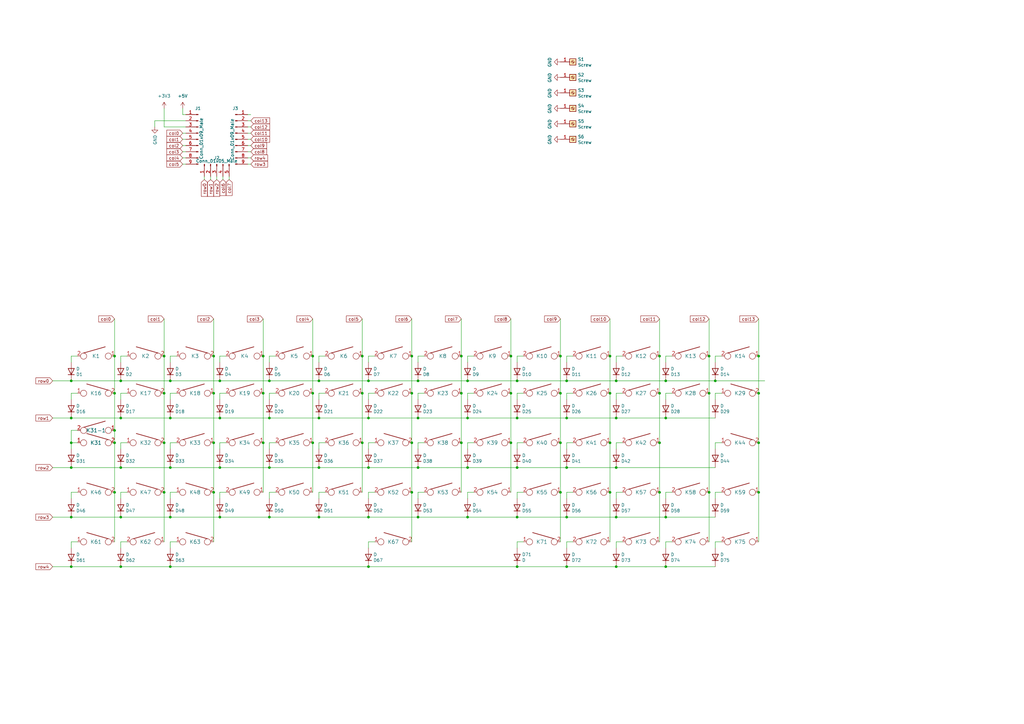
<source format=kicad_sch>
(kicad_sch (version 20211123) (generator eeschema)
  (paper "A3")
  (junction (at 189.23 181.61))
  (junction (at 189.23 161.29))
  (junction (at 191.77 191.77))
  (junction (at 232.41 232.41))
  (junction (at 87.63 146.05))
  (junction (at 110.49 212.09))
  (junction (at 273.05 212.09))
  (junction (at 130.81 191.77))
  (junction (at 191.77 171.45))
  (junction (at 171.45 191.77))
  (junction (at 270.51 201.93))
  (junction (at 69.85 171.45))
  (junction (at 252.73 156.21))
  (junction (at 168.91 181.61))
  (junction (at 290.83 201.93))
  (junction (at 46.99 201.93))
  (junction (at 191.77 156.21))
  (junction (at 49.53 156.21))
  (junction (at 250.19 161.29))
  (junction (at 107.95 146.05))
  (junction (at 311.15 201.93))
  (junction (at 311.15 146.05))
  (junction (at 209.55 181.61))
  (junction (at 168.91 161.29))
  (junction (at 128.27 146.05))
  (junction (at 151.13 232.41))
  (junction (at 168.91 146.05))
  (junction (at 87.63 161.29))
  (junction (at 90.17 191.77))
  (junction (at 130.81 171.45))
  (junction (at 110.49 191.77))
  (junction (at 87.63 181.61))
  (junction (at 67.31 201.93))
  (junction (at 168.91 201.93))
  (junction (at 46.99 161.29))
  (junction (at 69.85 191.77))
  (junction (at 128.27 161.29))
  (junction (at 29.21 232.41))
  (junction (at 46.99 146.05))
  (junction (at 90.17 212.09))
  (junction (at 69.85 232.41))
  (junction (at 252.73 232.41))
  (junction (at 290.83 146.05))
  (junction (at 209.55 161.29))
  (junction (at 311.15 181.61))
  (junction (at 67.31 146.05))
  (junction (at 270.51 161.29))
  (junction (at 232.41 191.77))
  (junction (at 87.63 201.93))
  (junction (at 29.21 156.21))
  (junction (at 128.27 181.61))
  (junction (at 250.19 181.61))
  (junction (at 90.17 171.45))
  (junction (at 67.31 181.61))
  (junction (at 212.09 156.21))
  (junction (at 171.45 156.21))
  (junction (at 110.49 171.45))
  (junction (at 232.41 212.09))
  (junction (at 232.41 156.21))
  (junction (at 229.87 161.29))
  (junction (at 229.87 181.61))
  (junction (at 49.53 232.41))
  (junction (at 293.37 156.21))
  (junction (at 229.87 201.93))
  (junction (at 69.85 212.09))
  (junction (at 252.73 191.77))
  (junction (at 148.59 181.61))
  (junction (at 270.51 146.05))
  (junction (at 250.19 201.93))
  (junction (at 69.85 156.21))
  (junction (at 212.09 232.41))
  (junction (at 189.23 146.05))
  (junction (at 191.77 212.09))
  (junction (at 29.21 212.09))
  (junction (at 273.05 232.41))
  (junction (at 130.81 212.09))
  (junction (at 110.49 156.21))
  (junction (at 212.09 212.09))
  (junction (at 229.87 146.05))
  (junction (at 252.73 212.09))
  (junction (at 273.05 171.45))
  (junction (at 49.53 171.45))
  (junction (at 290.83 161.29))
  (junction (at 212.09 171.45))
  (junction (at 171.45 171.45))
  (junction (at 46.99 181.61))
  (junction (at 273.05 156.21))
  (junction (at 148.59 161.29))
  (junction (at 151.13 212.09))
  (junction (at 49.53 212.09))
  (junction (at 67.31 161.29))
  (junction (at 90.17 156.21))
  (junction (at 171.45 212.09))
  (junction (at 151.13 156.21))
  (junction (at 107.95 161.29))
  (junction (at 212.09 191.77))
  (junction (at 29.21 171.45))
  (junction (at 130.81 156.21))
  (junction (at 270.51 181.61))
  (junction (at 151.13 191.77))
  (junction (at 311.15 161.29))
  (junction (at 148.59 146.05))
  (junction (at 29.21 191.77))
  (junction (at 252.73 171.45))
  (junction (at 232.41 171.45))
  (junction (at 151.13 171.45))
  (junction (at 49.53 191.77))
  (junction (at 209.55 146.05))
  (junction (at 29.21 181.61))
  (junction (at 46.99 176.53))
  (junction (at 107.95 181.61))
  (junction (at 250.19 146.05))
  (wire (pts (xy 49.53 163.83) (xy 49.53 161.29)))
  (wire (pts (xy 93.98 73.66) (xy 93.98 72.39)))
  (wire (pts (xy 151.13 212.09) (xy 171.45 212.09)))
  (wire (pts (xy 250.19 181.61) (xy 250.19 201.93)))
  (wire (pts (xy 29.21 146.05) (xy 31.75 146.05)))
  (wire (pts (xy 67.31 44.45) (xy 67.31 52.07)))
  (wire (pts (xy 69.85 191.77) (xy 49.53 191.77)))
  (wire (pts (xy 191.77 161.29) (xy 194.31 161.29)))
  (wire (pts (xy 102.87 57.15) (xy 101.6 57.15)))
  (wire (pts (xy 69.85 181.61) (xy 72.39 181.61)))
  (wire (pts (xy 189.23 161.29) (xy 189.23 181.61)))
  (wire (pts (xy 74.93 62.23) (xy 76.2 62.23)))
  (wire (pts (xy 191.77 181.61) (xy 194.31 181.61)))
  (wire (pts (xy 293.37 184.15) (xy 293.37 181.61)))
  (wire (pts (xy 110.49 148.59) (xy 110.49 146.05)))
  (wire (pts (xy 270.51 201.93) (xy 270.51 222.25)))
  (wire (pts (xy 232.41 163.83) (xy 232.41 161.29)))
  (wire (pts (xy 212.09 171.45) (xy 232.41 171.45)))
  (wire (pts (xy 90.17 204.47) (xy 90.17 201.93)))
  (wire (pts (xy 69.85 156.21) (xy 90.17 156.21)))
  (wire (pts (xy 148.59 161.29) (xy 148.59 181.61)))
  (wire (pts (xy 151.13 156.21) (xy 171.45 156.21)))
  (wire (pts (xy 252.73 201.93) (xy 255.27 201.93)))
  (wire (pts (xy 293.37 204.47) (xy 293.37 201.93)))
  (wire (pts (xy 69.85 163.83) (xy 69.85 161.29)))
  (wire (pts (xy 69.85 232.41) (xy 49.53 232.41)))
  (wire (pts (xy 293.37 146.05) (xy 295.91 146.05)))
  (wire (pts (xy 252.73 204.47) (xy 252.73 201.93)))
  (wire (pts (xy 74.93 57.15) (xy 76.2 57.15)))
  (wire (pts (xy 232.41 222.25) (xy 234.95 222.25)))
  (wire (pts (xy 102.87 67.31) (xy 101.6 67.31)))
  (wire (pts (xy 311.15 130.81) (xy 311.15 146.05)))
  (wire (pts (xy 46.99 201.93) (xy 46.99 222.25)))
  (wire (pts (xy 102.87 46.99) (xy 101.6 46.99)))
  (wire (pts (xy 87.63 181.61) (xy 87.63 201.93)))
  (wire (pts (xy 130.81 163.83) (xy 130.81 161.29)))
  (wire (pts (xy 90.17 171.45) (xy 110.49 171.45)))
  (wire (pts (xy 189.23 181.61) (xy 189.23 201.93)))
  (wire (pts (xy 252.73 224.79) (xy 252.73 222.25)))
  (wire (pts (xy 46.99 146.05) (xy 46.99 161.29)))
  (wire (pts (xy 130.81 201.93) (xy 133.35 201.93)))
  (wire (pts (xy 293.37 161.29) (xy 295.91 161.29)))
  (wire (pts (xy 191.77 212.09) (xy 212.09 212.09)))
  (wire (pts (xy 171.45 201.93) (xy 173.99 201.93)))
  (wire (pts (xy 49.53 212.09) (xy 69.85 212.09)))
  (wire (pts (xy 87.63 161.29) (xy 87.63 181.61)))
  (wire (pts (xy 171.45 171.45) (xy 191.77 171.45)))
  (wire (pts (xy 29.21 171.45) (xy 49.53 171.45)))
  (wire (pts (xy 110.49 163.83) (xy 110.49 161.29)))
  (wire (pts (xy 90.17 146.05) (xy 92.71 146.05)))
  (wire (pts (xy 270.51 146.05) (xy 270.51 161.29)))
  (wire (pts (xy 83.82 73.66) (xy 83.82 72.39)))
  (wire (pts (xy 252.73 161.29) (xy 255.27 161.29)))
  (wire (pts (xy 191.77 191.77) (xy 171.45 191.77)))
  (wire (pts (xy 168.91 146.05) (xy 168.91 130.81)))
  (wire (pts (xy 49.53 222.25) (xy 52.07 222.25)))
  (wire (pts (xy 171.45 146.05) (xy 173.99 146.05)))
  (wire (pts (xy 130.81 148.59) (xy 130.81 146.05)))
  (wire (pts (xy 293.37 201.93) (xy 295.91 201.93)))
  (wire (pts (xy 107.95 146.05) (xy 107.95 161.29)))
  (wire (pts (xy 290.83 146.05) (xy 290.83 130.81)))
  (wire (pts (xy 31.75 161.29) (xy 29.21 161.29)))
  (wire (pts (xy 151.13 204.47) (xy 151.13 201.93)))
  (wire (pts (xy 273.05 201.93) (xy 275.59 201.93)))
  (wire (pts (xy 171.45 191.77) (xy 151.13 191.77)))
  (wire (pts (xy 91.44 73.66) (xy 91.44 72.39)))
  (wire (pts (xy 74.93 64.77) (xy 76.2 64.77)))
  (wire (pts (xy 311.15 161.29) (xy 311.15 181.61)))
  (wire (pts (xy 21.59 171.45) (xy 29.21 171.45)))
  (wire (pts (xy 148.59 146.05) (xy 148.59 161.29)))
  (wire (pts (xy 151.13 201.93) (xy 153.67 201.93)))
  (wire (pts (xy 191.77 146.05) (xy 194.31 146.05)))
  (wire (pts (xy 130.81 171.45) (xy 151.13 171.45)))
  (wire (pts (xy 148.59 181.61) (xy 148.59 201.93)))
  (wire (pts (xy 212.09 212.09) (xy 232.41 212.09)))
  (wire (pts (xy 21.59 156.21) (xy 29.21 156.21)))
  (wire (pts (xy 229.87 146.05) (xy 229.87 161.29)))
  (wire (pts (xy 67.31 52.07) (xy 76.2 52.07)))
  (wire (pts (xy 88.9 73.66) (xy 88.9 72.39)))
  (wire (pts (xy 29.21 224.79) (xy 29.21 222.25)))
  (wire (pts (xy 232.41 201.93) (xy 234.95 201.93)))
  (wire (pts (xy 252.73 184.15) (xy 252.73 181.61)))
  (wire (pts (xy 90.17 161.29) (xy 92.71 161.29)))
  (wire (pts (xy 130.81 191.77) (xy 110.49 191.77)))
  (wire (pts (xy 90.17 201.93) (xy 92.71 201.93)))
  (wire (pts (xy 151.13 222.25) (xy 153.67 222.25)))
  (wire (pts (xy 90.17 184.15) (xy 90.17 181.61)))
  (wire (pts (xy 252.73 163.83) (xy 252.73 161.29)))
  (wire (pts (xy 69.85 148.59) (xy 69.85 146.05)))
  (wire (pts (xy 232.41 232.41) (xy 212.09 232.41)))
  (wire (pts (xy 31.75 176.53) (xy 29.21 176.53)))
  (wire (pts (xy 49.53 171.45) (xy 69.85 171.45)))
  (wire (pts (xy 151.13 224.79) (xy 151.13 222.25)))
  (wire (pts (xy 151.13 171.45) (xy 171.45 171.45)))
  (wire (pts (xy 29.21 176.53) (xy 29.21 181.61)))
  (wire (pts (xy 191.77 171.45) (xy 212.09 171.45)))
  (wire (pts (xy 191.77 201.93) (xy 194.31 201.93)))
  (wire (pts (xy 209.55 146.05) (xy 209.55 130.81)))
  (wire (pts (xy 49.53 184.15) (xy 49.53 181.61)))
  (wire (pts (xy 171.45 212.09) (xy 191.77 212.09)))
  (wire (pts (xy 151.13 163.83) (xy 151.13 161.29)))
  (wire (pts (xy 67.31 181.61) (xy 67.31 201.93)))
  (wire (pts (xy 86.36 73.66) (xy 86.36 72.39)))
  (wire (pts (xy 212.09 224.79) (xy 212.09 222.25)))
  (wire (pts (xy 29.21 156.21) (xy 49.53 156.21)))
  (wire (pts (xy 128.27 161.29) (xy 128.27 146.05)))
  (wire (pts (xy 293.37 163.83) (xy 293.37 161.29)))
  (wire (pts (xy 46.99 161.29) (xy 46.99 176.53)))
  (wire (pts (xy 252.73 181.61) (xy 255.27 181.61)))
  (wire (pts (xy 87.63 130.81) (xy 87.63 146.05)))
  (wire (pts (xy 311.15 181.61) (xy 311.15 201.93)))
  (wire (pts (xy 110.49 204.47) (xy 110.49 201.93)))
  (wire (pts (xy 212.09 184.15) (xy 212.09 181.61)))
  (wire (pts (xy 293.37 224.79) (xy 293.37 222.25)))
  (wire (pts (xy 130.81 146.05) (xy 133.35 146.05)))
  (wire (pts (xy 290.83 201.93) (xy 290.83 222.25)))
  (wire (pts (xy 232.41 184.15) (xy 232.41 181.61)))
  (wire (pts (xy 107.95 130.81) (xy 107.95 146.05)))
  (wire (pts (xy 130.81 184.15) (xy 130.81 181.61)))
  (wire (pts (xy 29.21 181.61) (xy 31.75 181.61)))
  (wire (pts (xy 128.27 146.05) (xy 128.27 130.81)))
  (wire (pts (xy 63.5 49.53) (xy 76.2 49.53)))
  (wire (pts (xy 110.49 201.93) (xy 113.03 201.93)))
  (wire (pts (xy 293.37 181.61) (xy 295.91 181.61)))
  (wire (pts (xy 49.53 146.05) (xy 52.07 146.05)))
  (wire (pts (xy 49.53 224.79) (xy 49.53 222.25)))
  (wire (pts (xy 191.77 148.59) (xy 191.77 146.05)))
  (wire (pts (xy 171.45 163.83) (xy 171.45 161.29)))
  (wire (pts (xy 69.85 171.45) (xy 90.17 171.45)))
  (wire (pts (xy 273.05 222.25) (xy 275.59 222.25)))
  (wire (pts (xy 252.73 146.05) (xy 255.27 146.05)))
  (wire (pts (xy 273.05 148.59) (xy 273.05 146.05)))
  (wire (pts (xy 148.59 130.81) (xy 148.59 146.05)))
  (wire (pts (xy 270.51 161.29) (xy 270.51 181.61)))
  (wire (pts (xy 107.95 181.61) (xy 107.95 201.93)))
  (wire (pts (xy 212.09 161.29) (xy 214.63 161.29)))
  (wire (pts (xy 232.41 224.79) (xy 232.41 222.25)))
  (wire (pts (xy 293.37 156.21) (xy 313.69 156.21)))
  (wire (pts (xy 67.31 161.29) (xy 67.31 146.05)))
  (wire (pts (xy 273.05 156.21) (xy 293.37 156.21)))
  (wire (pts (xy 212.09 204.47) (xy 212.09 201.93)))
  (wire (pts (xy 130.81 204.47) (xy 130.81 201.93)))
  (wire (pts (xy 212.09 148.59) (xy 212.09 146.05)))
  (wire (pts (xy 110.49 146.05) (xy 113.03 146.05)))
  (wire (pts (xy 209.55 161.29) (xy 209.55 146.05)))
  (wire (pts (xy 293.37 148.59) (xy 293.37 146.05)))
  (wire (pts (xy 212.09 201.93) (xy 214.63 201.93)))
  (wire (pts (xy 232.41 148.59) (xy 232.41 146.05)))
  (wire (pts (xy 250.19 161.29) (xy 250.19 146.05)))
  (wire (pts (xy 273.05 171.45) (xy 293.37 171.45)))
  (wire (pts (xy 171.45 184.15) (xy 171.45 181.61)))
  (wire (pts (xy 130.81 156.21) (xy 151.13 156.21)))
  (wire (pts (xy 191.77 184.15) (xy 191.77 181.61)))
  (wire (pts (xy 67.31 146.05) (xy 67.31 130.81)))
  (wire (pts (xy 212.09 191.77) (xy 191.77 191.77)))
  (wire (pts (xy 87.63 201.93) (xy 87.63 222.25)))
  (wire (pts (xy 102.87 59.69) (xy 101.6 59.69)))
  (wire (pts (xy 90.17 181.61) (xy 92.71 181.61)))
  (wire (pts (xy 102.87 54.61) (xy 101.6 54.61)))
  (wire (pts (xy 102.87 49.53) (xy 101.6 49.53)))
  (wire (pts (xy 74.93 59.69) (xy 76.2 59.69)))
  (wire (pts (xy 69.85 204.47) (xy 69.85 201.93)))
  (wire (pts (xy 151.13 146.05) (xy 153.67 146.05)))
  (wire (pts (xy 189.23 130.81) (xy 189.23 146.05)))
  (wire (pts (xy 102.87 64.77) (xy 101.6 64.77)))
  (wire (pts (xy 69.85 212.09) (xy 90.17 212.09)))
  (wire (pts (xy 21.59 212.09) (xy 29.21 212.09)))
  (wire (pts (xy 110.49 212.09) (xy 130.81 212.09)))
  (wire (pts (xy 90.17 156.21) (xy 110.49 156.21)))
  (wire (pts (xy 252.73 148.59) (xy 252.73 146.05)))
  (wire (pts (xy 90.17 191.77) (xy 69.85 191.77)))
  (wire (pts (xy 151.13 191.77) (xy 130.81 191.77)))
  (wire (pts (xy 311.15 201.93) (xy 311.15 222.25)))
  (wire (pts (xy 128.27 181.61) (xy 128.27 161.29)))
  (wire (pts (xy 209.55 201.93) (xy 209.55 181.61)))
  (wire (pts (xy 69.85 161.29) (xy 72.39 161.29)))
  (wire (pts (xy 232.41 204.47) (xy 232.41 201.93)))
  (wire (pts (xy 63.5 52.07) (xy 63.5 49.53)))
  (wire (pts (xy 46.99 130.81) (xy 46.99 146.05)))
  (wire (pts (xy 229.87 130.81) (xy 229.87 146.05)))
  (wire (pts (xy 252.73 232.41) (xy 232.41 232.41)))
  (wire (pts (xy 212.09 181.61) (xy 214.63 181.61)))
  (wire (pts (xy 46.99 176.53) (xy 46.99 181.61)))
  (wire (pts (xy 229.87 161.29) (xy 229.87 181.61)))
  (wire (pts (xy 29.21 161.29) (xy 29.21 163.83)))
  (wire (pts (xy 232.41 146.05) (xy 234.95 146.05)))
  (wire (pts (xy 290.83 161.29) (xy 290.83 201.93)))
  (wire (pts (xy 151.13 184.15) (xy 151.13 181.61)))
  (wire (pts (xy 232.41 181.61) (xy 234.95 181.61)))
  (wire (pts (xy 151.13 232.41) (xy 212.09 232.41)))
  (wire (pts (xy 69.85 222.25) (xy 72.39 222.25)))
  (wire (pts (xy 29.21 191.77) (xy 21.59 191.77)))
  (wire (pts (xy 151.13 232.41) (xy 69.85 232.41)))
  (wire (pts (xy 229.87 201.93) (xy 229.87 222.25)))
  (wire (pts (xy 191.77 163.83) (xy 191.77 161.29)))
  (wire (pts (xy 69.85 184.15) (xy 69.85 181.61)))
  (wire (pts (xy 171.45 148.59) (xy 171.45 146.05)))
  (wire (pts (xy 209.55 181.61) (xy 209.55 161.29)))
  (wire (pts (xy 171.45 156.21) (xy 191.77 156.21)))
  (wire (pts (xy 29.21 201.93) (xy 31.75 201.93)))
  (wire (pts (xy 252.73 222.25) (xy 255.27 222.25)))
  (wire (pts (xy 67.31 201.93) (xy 67.31 222.25)))
  (wire (pts (xy 130.81 161.29) (xy 133.35 161.29)))
  (wire (pts (xy 252.73 212.09) (xy 273.05 212.09)))
  (wire (pts (xy 273.05 146.05) (xy 275.59 146.05)))
  (wire (pts (xy 168.91 161.29) (xy 168.91 146.05)))
  (wire (pts (xy 232.41 191.77) (xy 212.09 191.77)))
  (wire (pts (xy 232.41 161.29) (xy 234.95 161.29)))
  (wire (pts (xy 151.13 148.59) (xy 151.13 146.05)))
  (wire (pts (xy 90.17 212.09) (xy 110.49 212.09)))
  (wire (pts (xy 212.09 146.05) (xy 214.63 146.05)))
  (wire (pts (xy 232.41 156.21) (xy 252.73 156.21)))
  (wire (pts (xy 110.49 191.77) (xy 90.17 191.77)))
  (wire (pts (xy 311.15 146.05) (xy 311.15 161.29)))
  (wire (pts (xy 171.45 204.47) (xy 171.45 201.93)))
  (wire (pts (xy 90.17 163.83) (xy 90.17 161.29)))
  (wire (pts (xy 191.77 156.21) (xy 212.09 156.21)))
  (wire (pts (xy 252.73 156.21) (xy 273.05 156.21)))
  (wire (pts (xy 168.91 201.93) (xy 168.91 181.61)))
  (wire (pts (xy 212.09 156.21) (xy 232.41 156.21)))
  (wire (pts (xy 229.87 181.61) (xy 229.87 201.93)))
  (wire (pts (xy 273.05 232.41) (xy 293.37 232.41)))
  (wire (pts (xy 110.49 181.61) (xy 113.03 181.61)))
  (wire (pts (xy 49.53 148.59) (xy 49.53 146.05)))
  (wire (pts (xy 273.05 161.29) (xy 275.59 161.29)))
  (wire (pts (xy 191.77 204.47) (xy 191.77 201.93)))
  (wire (pts (xy 212.09 222.25) (xy 214.63 222.25)))
  (wire (pts (xy 90.17 148.59) (xy 90.17 146.05)))
  (wire (pts (xy 110.49 156.21) (xy 130.81 156.21)))
  (wire (pts (xy 151.13 181.61) (xy 153.67 181.61)))
  (wire (pts (xy 29.21 212.09) (xy 49.53 212.09)))
  (wire (pts (xy 273.05 224.79) (xy 273.05 222.25)))
  (wire (pts (xy 130.81 212.09) (xy 151.13 212.09)))
  (wire (pts (xy 74.93 46.99) (xy 76.2 46.99)))
  (wire (pts (xy 168.91 181.61) (xy 168.91 161.29)))
  (wire (pts (xy 290.83 161.29) (xy 290.83 146.05)))
  (wire (pts (xy 252.73 191.77) (xy 232.41 191.77)))
  (wire (pts (xy 252.73 191.77) (xy 293.37 191.77)))
  (wire (pts (xy 130.81 181.61) (xy 133.35 181.61)))
  (wire (pts (xy 69.85 201.93) (xy 72.39 201.93)))
  (wire (pts (xy 69.85 224.79) (xy 69.85 222.25)))
  (wire (pts (xy 270.51 130.81) (xy 270.51 146.05)))
  (wire (pts (xy 110.49 161.29) (xy 113.03 161.29)))
  (wire (pts (xy 67.31 181.61) (xy 67.31 161.29)))
  (wire (pts (xy 189.23 146.05) (xy 189.23 161.29)))
  (wire (pts (xy 29.21 184.15) (xy 29.21 181.61)))
  (wire (pts (xy 49.53 232.41) (xy 29.21 232.41)))
  (wire (pts (xy 52.07 201.93) (xy 49.53 201.93)))
  (wire (pts (xy 49.53 161.29) (xy 52.07 161.29)))
  (wire (pts (xy 151.13 161.29) (xy 153.67 161.29)))
  (wire (pts (xy 46.99 181.61) (xy 46.99 201.93)))
  (wire (pts (xy 212.09 163.83) (xy 212.09 161.29)))
  (wire (pts (xy 29.21 148.59) (xy 29.21 146.05)))
  (wire (pts (xy 29.21 232.41) (xy 21.59 232.41)))
  (wire (pts (xy 171.45 161.29) (xy 173.99 161.29)))
  (wire (pts (xy 273.05 204.47) (xy 273.05 201.93)))
  (wire (pts (xy 29.21 204.47) (xy 29.21 201.93)))
  (wire (pts (xy 49.53 191.77) (xy 29.21 191.77)))
  (wire (pts (xy 250.19 181.61) (xy 250.19 161.29)))
  (wire (pts (xy 102.87 62.23) (xy 101.6 62.23)))
  (wire (pts (xy 232.41 212.09) (xy 252.73 212.09)))
  (wire (pts (xy 87.63 146.05) (xy 87.63 161.29)))
  (wire (pts (xy 49.53 181.61) (xy 52.07 181.61)))
  (wire (pts (xy 273.05 232.41) (xy 252.73 232.41)))
  (wire (pts (xy 110.49 171.45) (xy 130.81 171.45)))
  (wire (pts (xy 293.37 222.25) (xy 295.91 222.25)))
  (wire (pts (xy 74.93 67.31) (xy 76.2 67.31)))
  (wire (pts (xy 29.21 222.25) (xy 31.75 222.25)))
  (wire (pts (xy 69.85 146.05) (xy 72.39 146.05)))
  (wire (pts (xy 74.93 44.45) (xy 74.93 46.99)))
  (wire (pts (xy 270.51 181.61) (xy 270.51 201.93)))
  (wire (pts (xy 110.49 184.15) (xy 110.49 181.61)))
  (wire (pts (xy 273.05 212.09) (xy 293.37 212.09)))
  (wire (pts (xy 252.73 171.45) (xy 273.05 171.45)))
  (wire (pts (xy 232.41 171.45) (xy 252.73 171.45)))
  (wire (pts (xy 250.19 201.93) (xy 250.19 222.25)))
  (wire (pts (xy 107.95 161.29) (xy 107.95 181.61)))
  (wire (pts (xy 250.19 146.05) (xy 250.19 130.81)))
  (wire (pts (xy 171.45 181.61) (xy 173.99 181.61)))
  (wire (pts (xy 102.87 52.07) (xy 101.6 52.07)))
  (wire (pts (xy 74.93 54.61) (xy 76.2 54.61)))
  (wire (pts (xy 49.53 201.93) (xy 49.53 204.47)))
  (wire (pts (xy 168.91 201.93) (xy 168.91 222.25)))
  (wire (pts (xy 128.27 201.93) (xy 128.27 181.61)))
  (wire (pts (xy 273.05 163.83) (xy 273.05 161.29)))
  (wire (pts (xy 49.53 156.21) (xy 69.85 156.21)))
  (global_label "col8" (shape input) (at 209.55 130.81 180) (property "Intersheet References" "${INTERSHEET_REFS}" (effects hide)))
  (global_label "col13" (shape input) (at 311.15 130.81 180) (property "Intersheet References" "${INTERSHEET_REFS}" (effects hide)))
  (global_label "col4" (shape input) (at 128.27 130.81 180) (property "Intersheet References" "${INTERSHEET_REFS}" (effects hide)))
  (global_label "col8" (shape input) (at 102.87 62.23 0) (property "Intersheet References" "${INTERSHEET_REFS}" (effects hide)))
  (global_label "col11" (shape input) (at 102.87 54.61 0) (property "Intersheet References" "${INTERSHEET_REFS}" (effects hide)))
  (global_label "col12" (shape input) (at 290.83 130.81 180) (property "Intersheet References" "${INTERSHEET_REFS}" (effects hide)))
  (global_label "row2" (shape input) (at 88.9 73.66 270) (property "Intersheet References" "${INTERSHEET_REFS}" (effects hide)))
  (global_label "row4" (shape input) (at 102.87 64.77 0) (property "Intersheet References" "${INTERSHEET_REFS}" (effects hide)))
  (global_label "col10" (shape input) (at 250.19 130.81 180) (property "Intersheet References" "${INTERSHEET_REFS}" (effects hide)))
  (global_label "col0" (shape input) (at 46.99 130.81 180) (property "Intersheet References" "${INTERSHEET_REFS}" (effects hide)))
  (global_label "col10" (shape input) (at 102.87 57.15 0) (property "Intersheet References" "${INTERSHEET_REFS}" (effects hide)))
  (global_label "col6" (shape input) (at 168.91 130.81 180) (property "Intersheet References" "${INTERSHEET_REFS}" (effects hide)))
  (global_label "row1" (shape input) (at 21.59 171.45 180) (property "Intersheet References" "${INTERSHEET_REFS}" (effects hide)))
  (global_label "col7" (shape input) (at 189.23 130.81 180) (property "Intersheet References" "${INTERSHEET_REFS}" (effects hide)))
  (global_label "col4" (shape input) (at 74.93 64.77 180) (property "Intersheet References" "${INTERSHEET_REFS}" (effects hide)))
  (global_label "row2" (shape input) (at 21.59 191.77 180) (property "Intersheet References" "${INTERSHEET_REFS}" (effects hide)))
  (global_label "row3" (shape input) (at 21.59 212.09 180) (property "Intersheet References" "${INTERSHEET_REFS}" (effects hide)))
  (global_label "col3" (shape input) (at 107.95 130.81 180) (property "Intersheet References" "${INTERSHEET_REFS}" (effects hide)))
  (global_label "col1" (shape input) (at 74.93 57.15 180) (property "Intersheet References" "${INTERSHEET_REFS}" (effects hide)))
  (global_label "row4" (shape input) (at 21.59 232.41 180) (property "Intersheet References" "${INTERSHEET_REFS}" (effects hide)))
  (global_label "col6" (shape input) (at 91.44 73.66 270) (property "Intersheet References" "${INTERSHEET_REFS}" (effects hide)))
  (global_label "col12" (shape input) (at 102.87 52.07 0) (property "Intersheet References" "${INTERSHEET_REFS}" (effects hide)))
  (global_label "col0" (shape input) (at 74.93 54.61 180) (property "Intersheet References" "${INTERSHEET_REFS}" (effects hide)))
  (global_label "row0" (shape input) (at 83.82 73.66 270) (property "Intersheet References" "${INTERSHEET_REFS}" (effects hide)))
  (global_label "col2" (shape input) (at 74.93 59.69 180) (property "Intersheet References" "${INTERSHEET_REFS}" (effects hide)))
  (global_label "col11" (shape input) (at 270.51 130.81 180) (property "Intersheet References" "${INTERSHEET_REFS}" (effects hide)))
  (global_label "col2" (shape input) (at 87.63 130.81 180) (property "Intersheet References" "${INTERSHEET_REFS}" (effects hide)))
  (global_label "col5" (shape input) (at 74.93 67.31 180) (property "Intersheet References" "${INTERSHEET_REFS}" (effects hide)))
  (global_label "col5" (shape input) (at 148.59 130.81 180) (property "Intersheet References" "${INTERSHEET_REFS}" (effects hide)))
  (global_label "col7" (shape input) (at 93.98 73.66 270) (property "Intersheet References" "${INTERSHEET_REFS}" (effects hide)))
  (global_label "col9" (shape input) (at 102.87 59.69 0) (property "Intersheet References" "${INTERSHEET_REFS}" (effects hide)))
  (global_label "col1" (shape input) (at 67.31 130.81 180) (property "Intersheet References" "${INTERSHEET_REFS}" (effects hide)))
  (global_label "row0" (shape input) (at 21.59 156.21 180) (property "Intersheet References" "${INTERSHEET_REFS}" (effects hide)))
  (global_label "row1" (shape input) (at 86.36 73.66 270) (property "Intersheet References" "${INTERSHEET_REFS}" (effects hide)))
  (global_label "col3" (shape input) (at 74.93 62.23 180) (property "Intersheet References" "${INTERSHEET_REFS}" (effects hide)))
  (global_label "col9" (shape input) (at 229.87 130.81 180) (property "Intersheet References" "${INTERSHEET_REFS}" (effects hide)))
  (global_label "col13" (shape input) (at 102.87 49.53 0) (property "Intersheet References" "${INTERSHEET_REFS}" (effects hide)))
  (global_label "row3" (shape input) (at 102.87 67.31 0) (property "Intersheet References" "${INTERSHEET_REFS}" (effects hide)))
  (symbol (lib_id "Connector:Screw_Terminal_01x01") (at 234.95 25.4 0) (unit 1)
    (property "Reference" "S1" (at 236.982 24.3332 0) (effects (justify left)))
    (property "Value" "Screw" (at 236.982 26.6446 0) (effects (justify left)))
    (property "Footprint" "footprints:5.5_5x2.5mm" (effects hide))
  )
  (symbol (lib_id "Power:GND") (at 229.87 25.4 270) (unit 1)
    (property "Reference" "#PWR0114" (effects hide))
    (property "Value" "GND" (at 225.4758 25.527 0))
  )
  (symbol (lib_id "Connector:Screw_Terminal_01x01") (at 234.95 31.75 0) (unit 1)
    (property "Reference" "S2" (at 236.982 30.6832 0) (effects (justify left)))
    (property "Value" "Screw" (at 236.982 32.9946 0) (effects (justify left)))
    (property "Footprint" "footprints:5.5_5x2.5mm" (effects hide))
  )
  (symbol (lib_id "Power:GND") (at 229.87 31.75 270) (unit 1)
    (property "Reference" "#PWR0115" (effects hide))
    (property "Value" "GND" (at 225.4758 31.877 0))
  )
  (symbol (lib_id "Connector:Screw_Terminal_01x01") (at 234.95 38.1 0) (unit 1)
    (property "Reference" "S3" (at 236.982 37.0332 0) (effects (justify left)))
    (property "Value" "Screw" (at 236.982 39.3446 0) (effects (justify left)))
    (property "Footprint" "MountingHole:MountingHole_2.2mm_M2_Pad_TopOnly" (effects hide))
  )
  (symbol (lib_id "Power:GND") (at 229.87 38.1 270) (unit 1)
    (property "Reference" "#PWR0116" (effects hide))
    (property "Value" "GND" (at 225.4758 38.227 0))
  )
  (symbol (lib_id "Connector:Screw_Terminal_01x01") (at 234.95 44.45 0) (unit 1)
    (property "Reference" "S4" (at 236.982 43.3832 0) (effects (justify left)))
    (property "Value" "Screw" (at 236.982 45.6946 0) (effects (justify left)))
    (property "Footprint" "footprints:10x5_7x2.5mm" (effects hide))
  )
  (symbol (lib_id "Power:GND") (at 229.87 44.45 270) (unit 1)
    (property "Reference" "#PWR0117" (effects hide))
    (property "Value" "GND" (at 225.4758 44.577 0))
  )
  (symbol (lib_id "Connector:Screw_Terminal_01x01") (at 234.95 50.8 0) (unit 1)
    (property "Reference" "S5" (at 236.982 49.7332 0) (effects (justify left)))
    (property "Value" "Screw" (at 236.982 52.0446 0) (effects (justify left)))
    (property "Footprint" "footprints:10x5_7x2.5mm" (effects hide))
  )
  (symbol (lib_id "Power:GND") (at 229.87 50.8 270) (unit 1)
    (property "Reference" "#PWR0118" (effects hide))
    (property "Value" "GND" (at 225.4758 50.927 0))
  )
  (symbol (lib_id "Power:GND") (at 63.5 52.07 0) (unit 1)
    (property "Reference" "#PWR0111" (effects hide))
    (property "Value" "GND" (at 63.627 55.3212 90) (effects (justify right)))
  )
  (symbol (lib_id "Connector:Screw_Terminal_01x01") (at 234.95 57.15 0) (unit 1)
    (property "Reference" "S6" (at 236.982 56.0832 0) (effects (justify left)))
    (property "Value" "Screw" (at 236.982 58.3946 0) (effects (justify left)))
    (property "Footprint" "footprints:5.5_5x2.5mm" (effects hide))
  )
  (symbol (lib_id "Power:GND") (at 229.87 57.15 270) (unit 1)
    (property "Reference" "#PWR0119" (effects hide))
    (property "Value" "GND" (at 225.4758 57.277 0))
  )
  (symbol (lib_id "keyboard_parts:KEYSW") (at 39.37 146.05 0) (unit 1)
    (property "Reference" "K1" (at 39.37 146.05 0) (effects (font (size 1.524 1.524))))
    (property "Value" "KEYSW" (effects hide))
    (property "Footprint" "Switch_Keyboard_Hotswap_Kailh_mine:SW_Hotswap_Kailh_Choc_V2_1.00u" (effects hide))
  )
  (symbol (lib_id "Device:D") (at 29.21 152.4 270) (mirror x) (unit 1)
    (property "Reference" "D1" (at 31.2166 153.5684 90) (effects (justify left)))
    (property "Value" "D" (at 31.2166 151.257 90) (effects (justify left)))
    (property "Footprint" "Diode_SMD:D_0805_2012Metric" (effects hide))
  )
  (symbol (lib_id "keyboard_parts:KEYSW") (at 59.69 146.05 0) (mirror y) (unit 1)
    (property "Reference" "K2" (at 59.69 146.05 0) (effects (font (size 1.524 1.524))))
    (property "Value" "KEYSW" (effects hide))
    (property "Footprint" "Switch_Keyboard_Hotswap_Kailh_mine:SW_Hotswap_Kailh_Choc_V2_1.00u" (effects hide))
  )
  (symbol (lib_id "Device:D") (at 49.53 152.4 270) (mirror x) (unit 1)
    (property "Reference" "D2" (at 51.5366 153.5684 90) (effects (justify left)))
    (property "Value" "D" (at 51.5366 151.257 90) (effects (justify left)))
    (property "Footprint" "Diode_SMD:D_0805_2012Metric" (effects hide))
  )
  (symbol (lib_id "keyboard_parts:KEYSW") (at 80.01 146.05 0) (mirror y) (unit 1)
    (property "Reference" "K3" (at 80.01 146.05 0) (effects (font (size 1.524 1.524))))
    (property "Value" "KEYSW" (effects hide))
    (property "Footprint" "Switch_Keyboard_Hotswap_Kailh_mine:SW_Hotswap_Kailh_Choc_V2_1.00u" (effects hide))
  )
  (symbol (lib_id "Device:D") (at 69.85 152.4 270) (mirror x) (unit 1)
    (property "Reference" "D3" (at 71.8566 153.5684 90) (effects (justify left)))
    (property "Value" "D" (at 71.8566 151.257 90) (effects (justify left)))
    (property "Footprint" "Diode_SMD:D_0805_2012Metric" (effects hide))
  )
  (symbol (lib_id "keyboard_parts:KEYSW") (at 100.33 146.05 0) (unit 1)
    (property "Reference" "K4" (at 100.33 146.05 0) (effects (font (size 1.524 1.524))))
    (property "Value" "KEYSW" (effects hide))
    (property "Footprint" "Switch_Keyboard_Hotswap_Kailh_mine:SW_Hotswap_Kailh_Choc_V2_1.00u" (effects hide))
  )
  (symbol (lib_id "Device:D") (at 90.17 152.4 270) (mirror x) (unit 1)
    (property "Reference" "D4" (at 92.1766 153.5684 90) (effects (justify left)))
    (property "Value" "D" (at 92.1766 151.257 90) (effects (justify left)))
    (property "Footprint" "Diode_SMD:D_0805_2012Metric" (effects hide))
  )
  (symbol (lib_id "keyboard_parts:KEYSW") (at 120.65 146.05 0) (unit 1)
    (property "Reference" "K5" (at 120.65 146.05 0) (effects (font (size 1.524 1.524))))
    (property "Value" "KEYSW" (effects hide))
    (property "Footprint" "Switch_Keyboard_Hotswap_Kailh_mine:SW_Hotswap_Kailh_Choc_V2_1.00u" (effects hide))
  )
  (symbol (lib_id "Device:D") (at 110.49 152.4 270) (mirror x) (unit 1)
    (property "Reference" "D5" (at 112.4966 153.5684 90) (effects (justify left)))
    (property "Value" "D" (at 112.4966 151.257 90) (effects (justify left)))
    (property "Footprint" "Diode_SMD:D_0805_2012Metric" (effects hide))
  )
  (symbol (lib_id "keyboard_parts:KEYSW") (at 140.97 146.05 0) (unit 1)
    (property "Reference" "K6" (at 140.97 146.05 0) (effects (font (size 1.524 1.524))))
    (property "Value" "KEYSW" (effects hide))
    (property "Footprint" "Switch_Keyboard_Hotswap_Kailh_mine:SW_Hotswap_Kailh_Choc_V2_1.00u" (effects hide))
  )
  (symbol (lib_id "Device:D") (at 130.81 152.4 270) (mirror x) (unit 1)
    (property "Reference" "D6" (at 132.8166 153.5684 90) (effects (justify left)))
    (property "Value" "D" (at 132.8166 151.257 90) (effects (justify left)))
    (property "Footprint" "Diode_SMD:D_0805_2012Metric" (effects hide))
  )
  (symbol (lib_id "keyboard_parts:KEYSW") (at 161.29 146.05 0) (unit 1)
    (property "Reference" "K7" (at 161.29 146.05 0) (effects (font (size 1.524 1.524))))
    (property "Value" "KEYSW" (effects hide))
    (property "Footprint" "Switch_Keyboard_Hotswap_Kailh_mine:SW_Hotswap_Kailh_Choc_V2_1.00u" (effects hide))
  )
  (symbol (lib_id "Device:D") (at 151.13 152.4 270) (mirror x) (unit 1)
    (property "Reference" "D7" (at 153.1366 153.5684 90) (effects (justify left)))
    (property "Value" "D" (at 153.1366 151.257 90) (effects (justify left)))
    (property "Footprint" "Diode_SMD:D_0805_2012Metric" (effects hide))
  )
  (symbol (lib_id "keyboard_parts:KEYSW") (at 181.61 146.05 0) (unit 1)
    (property "Reference" "K8" (at 181.61 146.05 0) (effects (font (size 1.524 1.524))))
    (property "Value" "KEYSW" (effects hide))
    (property "Footprint" "Switch_Keyboard_Kailh_mine:SW_Kailh_Choc_V2_1.00u" (effects hide))
  )
  (symbol (lib_id "Device:D") (at 171.45 152.4 270) (mirror x) (unit 1)
    (property "Reference" "D8" (at 173.4566 153.5684 90) (effects (justify left)))
    (property "Value" "D" (at 173.4566 151.257 90) (effects (justify left)))
    (property "Footprint" "Diode_SMD:D_0805_2012Metric" (effects hide))
  )
  (symbol (lib_id "keyboard_parts:KEYSW") (at 201.93 146.05 0) (unit 1)
    (property "Reference" "K9" (at 201.93 146.05 0) (effects (font (size 1.524 1.524))))
    (property "Value" "KEYSW" (effects hide))
    (property "Footprint" "Switch_Keyboard_Hotswap_Kailh_mine:SW_Hotswap_Kailh_Choc_V2_1.00u" (effects hide))
  )
  (symbol (lib_id "Device:D") (at 191.77 152.4 270) (mirror x) (unit 1)
    (property "Reference" "D9" (at 193.7766 153.5684 90) (effects (justify left)))
    (property "Value" "D" (at 193.7766 151.257 90) (effects (justify left)))
    (property "Footprint" "Diode_SMD:D_0805_2012Metric" (effects hide))
  )
  (symbol (lib_id "keyboard_parts:KEYSW") (at 222.25 146.05 0) (unit 1)
    (property "Reference" "K10" (at 222.25 146.05 0) (effects (font (size 1.524 1.524))))
    (property "Value" "KEYSW" (effects hide))
    (property "Footprint" "Switch_Keyboard_Hotswap_Kailh_mine:SW_Hotswap_Kailh_Choc_V2_1.00u" (effects hide))
  )
  (symbol (lib_id "Device:D") (at 212.09 152.4 270) (mirror x) (unit 1)
    (property "Reference" "D10" (at 214.0966 153.5684 90) (effects (justify left)))
    (property "Value" "D" (at 214.0966 151.257 90) (effects (justify left)))
    (property "Footprint" "Diode_SMD:D_0805_2012Metric" (effects hide))
  )
  (symbol (lib_id "keyboard_parts:KEYSW") (at 242.57 146.05 0) (unit 1)
    (property "Reference" "K11" (at 242.57 146.05 0) (effects (font (size 1.524 1.524))))
    (property "Value" "KEYSW" (effects hide))
    (property "Footprint" "Switch_Keyboard_Hotswap_Kailh_mine:SW_Hotswap_Kailh_Choc_V2_1.00u" (effects hide))
  )
  (symbol (lib_id "Device:D") (at 232.41 152.4 270) (mirror x) (unit 1)
    (property "Reference" "D11" (at 234.4166 153.5684 90) (effects (justify left)))
    (property "Value" "D" (at 234.4166 151.257 90) (effects (justify left)))
    (property "Footprint" "Diode_SMD:D_0805_2012Metric" (effects hide))
  )
  (symbol (lib_id "keyboard_parts:KEYSW") (at 262.89 146.05 0) (unit 1)
    (property "Reference" "K12" (at 262.89 146.05 0) (effects (font (size 1.524 1.524))))
    (property "Value" "KEYSW" (effects hide))
    (property "Footprint" "Switch_Keyboard_Hotswap_Kailh_mine:SW_Hotswap_Kailh_Choc_V2_1.00u" (effects hide))
  )
  (symbol (lib_id "Device:D") (at 252.73 152.4 270) (mirror x) (unit 1)
    (property "Reference" "D12" (at 254.7366 153.5684 90) (effects (justify left)))
    (property "Value" "D" (at 254.7366 151.257 90) (effects (justify left)))
    (property "Footprint" "Diode_SMD:D_0805_2012Metric" (effects hide))
  )
  (symbol (lib_id "keyboard_parts:KEYSW") (at 283.21 146.05 0) (unit 1)
    (property "Reference" "K13" (at 283.21 146.05 0) (effects (font (size 1.524 1.524))))
    (property "Value" "KEYSW" (effects hide))
    (property "Footprint" "Switch_Keyboard_Hotswap_Kailh_mine:SW_Hotswap_Kailh_Choc_V2_1.00u" (effects hide))
  )
  (symbol (lib_id "Device:D") (at 273.05 152.4 270) (mirror x) (unit 1)
    (property "Reference" "D13" (at 275.0566 153.5684 90) (effects (justify left)))
    (property "Value" "D" (at 275.0566 151.257 90) (effects (justify left)))
    (property "Footprint" "Diode_SMD:D_0805_2012Metric" (effects hide))
  )
  (symbol (lib_id "keyboard_parts:KEYSW") (at 303.53 146.05 0) (unit 1)
    (property "Reference" "K14" (at 303.53 146.05 0) (effects (font (size 1.524 1.524))))
    (property "Value" "KEYSW" (effects hide))
    (property "Footprint" "Switch_Keyboard_Hotswap_Kailh_mine:SW_Hotswap_Kailh_Choc_V2_2.00u_270deg_Gateron_LP_Stabs" (effects hide))
  )
  (symbol (lib_id "Device:D") (at 293.37 152.4 270) (mirror x) (unit 1)
    (property "Reference" "D14" (at 295.3766 153.5684 90) (effects (justify left)))
    (property "Value" "D" (at 295.3766 151.257 90) (effects (justify left)))
    (property "Footprint" "Diode_SMD:D_0805_2012Metric" (effects hide))
  )
  (symbol (lib_id "keyboard_parts:KEYSW") (at 39.37 161.29 0) (mirror y) (unit 1)
    (property "Reference" "K16" (at 39.37 161.29 0) (effects (font (size 1.524 1.524))))
    (property "Value" "KEYSW" (effects hide))
    (property "Footprint" "Switch_Keyboard_Hotswap_Kailh_mine:SW_Hotswap_Kailh_Choc_V2_1.50u" (effects hide))
  )
  (symbol (lib_id "Device:D") (at 29.21 167.64 270) (mirror x) (unit 1)
    (property "Reference" "D16" (at 31.2166 168.8084 90) (effects (justify left)))
    (property "Value" "D" (at 31.2166 166.497 90) (effects (justify left)))
    (property "Footprint" "Diode_SMD:D_0805_2012Metric" (effects hide))
  )
  (symbol (lib_id "keyboard_parts:KEYSW") (at 59.69 161.29 0) (mirror y) (unit 1)
    (property "Reference" "K17" (at 59.69 161.29 0) (effects (font (size 1.524 1.524))))
    (property "Value" "KEYSW" (effects hide))
    (property "Footprint" "Switch_Keyboard_Hotswap_Kailh_mine:SW_Hotswap_Kailh_Choc_V2_1.00u" (effects hide))
  )
  (symbol (lib_id "Device:D") (at 49.53 167.64 270) (mirror x) (unit 1)
    (property "Reference" "D17" (at 51.5366 168.8084 90) (effects (justify left)))
    (property "Value" "D" (at 51.5366 166.497 90) (effects (justify left)))
    (property "Footprint" "Diode_SMD:D_0805_2012Metric" (effects hide))
  )
  (symbol (lib_id "keyboard_parts:KEYSW") (at 80.01 161.29 0) (unit 1)
    (property "Reference" "K18" (at 80.01 161.29 0) (effects (font (size 1.524 1.524))))
    (property "Value" "KEYSW" (effects hide))
    (property "Footprint" "Switch_Keyboard_Hotswap_Kailh_mine:SW_Hotswap_Kailh_Choc_V2_1.00u" (effects hide))
  )
  (symbol (lib_id "Device:D") (at 69.85 167.64 270) (mirror x) (unit 1)
    (property "Reference" "D18" (at 71.8566 168.8084 90) (effects (justify left)))
    (property "Value" "D" (at 71.8566 166.497 90) (effects (justify left)))
    (property "Footprint" "Diode_SMD:D_0805_2012Metric" (effects hide))
  )
  (symbol (lib_id "keyboard_parts:KEYSW") (at 100.33 161.29 0) (unit 1)
    (property "Reference" "K19" (at 100.33 161.29 0) (effects (font (size 1.524 1.524))))
    (property "Value" "KEYSW" (effects hide))
    (property "Footprint" "Switch_Keyboard_Hotswap_Kailh_mine:SW_Hotswap_Kailh_Choc_V2_1.00u" (effects hide))
  )
  (symbol (lib_id "Device:D") (at 90.17 167.64 270) (mirror x) (unit 1)
    (property "Reference" "D19" (at 92.1766 168.8084 90) (effects (justify left)))
    (property "Value" "D" (at 92.1766 166.497 90) (effects (justify left)))
    (property "Footprint" "Diode_SMD:D_0805_2012Metric" (effects hide))
  )
  (symbol (lib_id "keyboard_parts:KEYSW") (at 120.65 161.29 0) (unit 1)
    (property "Reference" "K20" (at 120.65 161.29 0) (effects (font (size 1.524 1.524))))
    (property "Value" "KEYSW" (effects hide))
    (property "Footprint" "Switch_Keyboard_Hotswap_Kailh_mine:SW_Hotswap_Kailh_Choc_V2_1.00u" (effects hide))
  )
  (symbol (lib_id "Device:D") (at 110.49 167.64 270) (mirror x) (unit 1)
    (property "Reference" "D20" (at 112.4966 168.8084 90) (effects (justify left)))
    (property "Value" "D" (at 112.4966 166.497 90) (effects (justify left)))
    (property "Footprint" "Diode_SMD:D_0805_2012Metric" (effects hide))
  )
  (symbol (lib_id "keyboard_parts:KEYSW") (at 140.97 161.29 0) (unit 1)
    (property "Reference" "K21" (at 140.97 161.29 0) (effects (font (size 1.524 1.524))))
    (property "Value" "KEYSW" (effects hide))
    (property "Footprint" "Switch_Keyboard_Hotswap_Kailh_mine:SW_Hotswap_Kailh_Choc_V2_1.00u" (effects hide))
  )
  (symbol (lib_id "Device:D") (at 130.81 167.64 270) (mirror x) (unit 1)
    (property "Reference" "D21" (at 132.8166 168.8084 90) (effects (justify left)))
    (property "Value" "D" (at 132.8166 166.497 90) (effects (justify left)))
    (property "Footprint" "Diode_SMD:D_0805_2012Metric" (effects hide))
  )
  (symbol (lib_id "keyboard_parts:KEYSW") (at 161.29 161.29 0) (unit 1)
    (property "Reference" "K22" (at 161.29 161.29 0) (effects (font (size 1.524 1.524))))
    (property "Value" "KEYSW" (effects hide))
    (property "Footprint" "Switch_Keyboard_Hotswap_Kailh_mine:SW_Hotswap_Kailh_Choc_V2_1.00u" (effects hide))
  )
  (symbol (lib_id "Device:D") (at 151.13 167.64 270) (mirror x) (unit 1)
    (property "Reference" "D22" (at 153.1366 168.8084 90) (effects (justify left)))
    (property "Value" "D" (at 153.1366 166.497 90) (effects (justify left)))
    (property "Footprint" "Diode_SMD:D_0805_2012Metric" (effects hide))
  )
  (symbol (lib_id "keyboard_parts:KEYSW") (at 181.61 161.29 0) (unit 1)
    (property "Reference" "K23" (at 181.61 161.29 0) (effects (font (size 1.524 1.524))))
    (property "Value" "KEYSW" (effects hide))
    (property "Footprint" "Switch_Keyboard_Hotswap_Kailh_mine:SW_Hotswap_Kailh_Choc_V2_1.00u" (effects hide))
  )
  (symbol (lib_id "Device:D") (at 171.45 167.64 270) (mirror x) (unit 1)
    (property "Reference" "D23" (at 173.4566 168.8084 90) (effects (justify left)))
    (property "Value" "D" (at 173.4566 166.497 90) (effects (justify left)))
    (property "Footprint" "Diode_SMD:D_0805_2012Metric" (effects hide))
  )
  (symbol (lib_id "keyboard_parts:KEYSW") (at 201.93 161.29 0) (unit 1)
    (property "Reference" "K24" (at 201.93 161.29 0) (effects (font (size 1.524 1.524))))
    (property "Value" "KEYSW" (effects hide))
    (property "Footprint" "Switch_Keyboard_Hotswap_Kailh_mine:SW_Hotswap_Kailh_Choc_V2_1.00u" (effects hide))
  )
  (symbol (lib_id "Device:D") (at 191.77 167.64 270) (mirror x) (unit 1)
    (property "Reference" "D24" (at 193.7766 168.8084 90) (effects (justify left)))
    (property "Value" "D" (at 193.7766 166.497 90) (effects (justify left)))
    (property "Footprint" "Diode_SMD:D_0805_2012Metric" (effects hide))
  )
  (symbol (lib_id "keyboard_parts:KEYSW") (at 222.25 161.29 0) (unit 1)
    (property "Reference" "K25" (at 222.25 161.29 0) (effects (font (size 1.524 1.524))))
    (property "Value" "KEYSW" (effects hide))
    (property "Footprint" "Switch_Keyboard_Hotswap_Kailh_mine:SW_Hotswap_Kailh_Choc_V2_1.00u" (effects hide))
  )
  (symbol (lib_id "Device:D") (at 212.09 167.64 270) (mirror x) (unit 1)
    (property "Reference" "D25" (at 214.0966 168.8084 90) (effects (justify left)))
    (property "Value" "D" (at 214.0966 166.497 90) (effects (justify left)))
    (property "Footprint" "Diode_SMD:D_0805_2012Metric" (effects hide))
  )
  (symbol (lib_id "keyboard_parts:KEYSW") (at 242.57 161.29 0) (unit 1)
    (property "Reference" "K26" (at 242.57 161.29 0) (effects (font (size 1.524 1.524))))
    (property "Value" "KEYSW" (effects hide))
    (property "Footprint" "Switch_Keyboard_Hotswap_Kailh_mine:SW_Hotswap_Kailh_Choc_V2_1.00u" (effects hide))
  )
  (symbol (lib_id "Device:D") (at 232.41 167.64 270) (mirror x) (unit 1)
    (property "Reference" "D26" (at 234.4166 168.8084 90) (effects (justify left)))
    (property "Value" "D" (at 234.4166 166.497 90) (effects (justify left)))
    (property "Footprint" "Diode_SMD:D_0805_2012Metric" (effects hide))
  )
  (symbol (lib_id "keyboard_parts:KEYSW") (at 262.89 161.29 0) (unit 1)
    (property "Reference" "K27" (at 262.89 161.29 0) (effects (font (size 1.524 1.524))))
    (property "Value" "KEYSW" (effects hide))
    (property "Footprint" "Switch_Keyboard_Hotswap_Kailh_mine:SW_Hotswap_Kailh_Choc_V2_1.00u" (effects hide))
  )
  (symbol (lib_id "Device:D") (at 252.73 167.64 270) (mirror x) (unit 1)
    (property "Reference" "D27" (at 254.7366 168.8084 90) (effects (justify left)))
    (property "Value" "D" (at 254.7366 166.497 90) (effects (justify left)))
    (property "Footprint" "Diode_SMD:D_0805_2012Metric" (effects hide))
  )
  (symbol (lib_id "keyboard_parts:KEYSW") (at 283.21 161.29 0) (unit 1)
    (property "Reference" "K28" (at 283.21 161.29 0) (effects (font (size 1.524 1.524))))
    (property "Value" "KEYSW" (effects hide))
    (property "Footprint" "Switch_Keyboard_Hotswap_Kailh_mine:SW_Hotswap_Kailh_Choc_V2_1.00u" (effects hide))
  )
  (symbol (lib_id "Device:D") (at 273.05 167.64 270) (mirror x) (unit 1)
    (property "Reference" "D28" (at 275.0566 168.8084 90) (effects (justify left)))
    (property "Value" "D" (at 275.0566 166.497 90) (effects (justify left)))
    (property "Footprint" "Diode_SMD:D_0805_2012Metric" (effects hide))
  )
  (symbol (lib_id "keyboard_parts:KEYSW") (at 303.53 161.29 0) (mirror y) (unit 1)
    (property "Reference" "K29" (at 303.53 161.29 0) (effects (font (size 1.524 1.524))))
    (property "Value" "KEYSW" (effects hide))
    (property "Footprint" "Switch_Keyboard_Hotswap_Kailh_mine:SW_Hotswap_Kailh_Choc_V2_1.50u" (effects hide))
  )
  (symbol (lib_id "Device:D") (at 293.37 167.64 270) (mirror x) (unit 1)
    (property "Reference" "D29" (at 295.3766 168.8084 90) (effects (justify left)))
    (property "Value" "D" (at 295.3766 166.497 90) (effects (justify left)))
    (property "Footprint" "Diode_SMD:D_0805_2012Metric" (effects hide))
  )
  (symbol (lib_id "keyboard_parts:KEYSW") (at 39.37 181.61 0) (mirror y) (unit 1)
    (property "Reference" "K31" (at 39.37 181.61 0) (effects (font (size 1.524 1.524))))
    (property "Value" "KEYSW" (effects hide))
    (property "Footprint" "Switch_Keyboard_Hotswap_Kailh_mine:SW_Hotswap_Kailh_Choc_V2_1.75u" (effects hide))
  )
  (symbol (lib_id "Device:D") (at 29.21 187.96 270) (mirror x) (unit 1)
    (property "Reference" "D31" (at 31.2166 189.1284 90) (effects (justify left)))
    (property "Value" "D" (at 31.2166 186.817 90) (effects (justify left)))
    (property "Footprint" "Diode_SMD:D_0805_2012Metric" (effects hide))
  )
  (symbol (lib_id "keyboard_parts:KEYSW") (at 59.69 181.61 0) (mirror y) (unit 1)
    (property "Reference" "K32" (at 59.69 181.61 0) (effects (font (size 1.524 1.524))))
    (property "Value" "KEYSW" (effects hide))
    (property "Footprint" "Switch_Keyboard_Hotswap_Kailh_mine:SW_Hotswap_Kailh_Choc_V2_1.00u" (effects hide))
  )
  (symbol (lib_id "Device:D") (at 49.53 187.96 270) (mirror x) (unit 1)
    (property "Reference" "D32" (at 51.5366 189.1284 90) (effects (justify left)))
    (property "Value" "D" (at 51.5366 186.817 90) (effects (justify left)))
    (property "Footprint" "Diode_SMD:D_0805_2012Metric" (effects hide))
  )
  (symbol (lib_id "keyboard_parts:KEYSW") (at 80.01 181.61 0) (unit 1)
    (property "Reference" "K33" (at 80.01 181.61 0) (effects (font (size 1.524 1.524))))
    (property "Value" "KEYSW" (effects hide))
    (property "Footprint" "Switch_Keyboard_Hotswap_Kailh_mine:SW_Hotswap_Kailh_Choc_V2_1.00u" (effects hide))
  )
  (symbol (lib_id "Device:D") (at 69.85 187.96 270) (mirror x) (unit 1)
    (property "Reference" "D33" (at 71.8566 189.1284 90) (effects (justify left)))
    (property "Value" "D" (at 71.8566 186.817 90) (effects (justify left)))
    (property "Footprint" "Diode_SMD:D_0805_2012Metric" (effects hide))
  )
  (symbol (lib_id "keyboard_parts:KEYSW") (at 100.33 181.61 0) (unit 1)
    (property "Reference" "K34" (at 100.33 181.61 0) (effects (font (size 1.524 1.524))))
    (property "Value" "KEYSW" (effects hide))
    (property "Footprint" "Switch_Keyboard_Hotswap_Kailh_mine:SW_Hotswap_Kailh_Choc_V2_1.00u" (effects hide))
  )
  (symbol (lib_id "Device:D") (at 90.17 187.96 270) (mirror x) (unit 1)
    (property "Reference" "D34" (at 92.1766 189.1284 90) (effects (justify left)))
    (property "Value" "D" (at 92.1766 186.817 90) (effects (justify left)))
    (property "Footprint" "Diode_SMD:D_0805_2012Metric" (effects hide))
  )
  (symbol (lib_id "keyboard_parts:KEYSW") (at 120.65 181.61 0) (unit 1)
    (property "Reference" "K35" (at 120.65 181.61 0) (effects (font (size 1.524 1.524))))
    (property "Value" "KEYSW" (effects hide))
    (property "Footprint" "Switch_Keyboard_Hotswap_Kailh_mine:SW_Hotswap_Kailh_Choc_V2_1.00u" (effects hide))
  )
  (symbol (lib_id "Device:D") (at 110.49 187.96 270) (mirror x) (unit 1)
    (property "Reference" "D35" (at 112.4966 189.1284 90) (effects (justify left)))
    (property "Value" "D" (at 112.4966 186.817 90) (effects (justify left)))
    (property "Footprint" "Diode_SMD:D_0805_2012Metric" (effects hide))
  )
  (symbol (lib_id "keyboard_parts:KEYSW") (at 140.97 181.61 0) (unit 1)
    (property "Reference" "K36" (at 140.97 181.61 0) (effects (font (size 1.524 1.524))))
    (property "Value" "KEYSW" (effects hide))
    (property "Footprint" "Switch_Keyboard_Hotswap_Kailh_mine:SW_Hotswap_Kailh_Choc_V2_1.00u" (effects hide))
  )
  (symbol (lib_id "Device:D") (at 130.81 187.96 270) (mirror x) (unit 1)
    (property "Reference" "D36" (at 132.8166 189.1284 90) (effects (justify left)))
    (property "Value" "D" (at 132.8166 186.817 90) (effects (justify left)))
    (property "Footprint" "Diode_SMD:D_0805_2012Metric" (effects hide))
  )
  (symbol (lib_id "keyboard_parts:KEYSW") (at 161.29 181.61 0) (mirror y) (unit 1)
    (property "Reference" "K37" (at 161.29 181.61 0) (effects (font (size 1.524 1.524))))
    (property "Value" "KEYSW" (effects hide))
    (property "Footprint" "Switch_Keyboard_Hotswap_Kailh_mine:SW_Hotswap_Kailh_Choc_V2_1.00u" (effects hide))
  )
  (symbol (lib_id "Device:D") (at 151.13 187.96 270) (mirror x) (unit 1)
    (property "Reference" "D37" (at 153.1366 189.1284 90) (effects (justify left)))
    (property "Value" "D" (at 153.1366 186.817 90) (effects (justify left)))
    (property "Footprint" "Diode_SMD:D_0805_2012Metric" (effects hide))
  )
  (symbol (lib_id "keyboard_parts:KEYSW") (at 181.61 181.61 0) (unit 1)
    (property "Reference" "K38" (at 181.61 181.61 0) (effects (font (size 1.524 1.524))))
    (property "Value" "KEYSW" (effects hide))
    (property "Footprint" "Switch_Keyboard_Hotswap_Kailh_mine:SW_Hotswap_Kailh_Choc_V2_1.00u" (effects hide))
  )
  (symbol (lib_id "Device:D") (at 171.45 187.96 270) (mirror x) (unit 1)
    (property "Reference" "D38" (at 173.4566 189.1284 90) (effects (justify left)))
    (property "Value" "D" (at 173.4566 186.817 90) (effects (justify left)))
    (property "Footprint" "Diode_SMD:D_0805_2012Metric" (effects hide))
  )
  (symbol (lib_id "keyboard_parts:KEYSW") (at 201.93 181.61 0) (unit 1)
    (property "Reference" "K39" (at 201.93 181.61 0) (effects (font (size 1.524 1.524))))
    (property "Value" "KEYSW" (effects hide))
    (property "Footprint" "Switch_Keyboard_Hotswap_Kailh_mine:SW_Hotswap_Kailh_Choc_V2_1.00u" (effects hide))
  )
  (symbol (lib_id "Device:D") (at 191.77 187.96 270) (mirror x) (unit 1)
    (property "Reference" "D39" (at 193.7766 189.1284 90) (effects (justify left)))
    (property "Value" "D" (at 193.7766 186.817 90) (effects (justify left)))
    (property "Footprint" "Diode_SMD:D_0805_2012Metric" (effects hide))
  )
  (symbol (lib_id "keyboard_parts:KEYSW") (at 222.25 181.61 0) (unit 1)
    (property "Reference" "K40" (at 222.25 181.61 0) (effects (font (size 1.524 1.524))))
    (property "Value" "KEYSW" (effects hide))
    (property "Footprint" "Switch_Keyboard_Hotswap_Kailh_mine:SW_Hotswap_Kailh_Choc_V2_1.00u" (effects hide))
  )
  (symbol (lib_id "Device:D") (at 212.09 187.96 270) (mirror x) (unit 1)
    (property "Reference" "D40" (at 214.0966 189.1284 90) (effects (justify left)))
    (property "Value" "D" (at 214.0966 186.817 90) (effects (justify left)))
    (property "Footprint" "Diode_SMD:D_0805_2012Metric" (effects hide))
  )
  (symbol (lib_id "keyboard_parts:KEYSW") (at 242.57 181.61 0) (unit 1)
    (property "Reference" "K41" (at 242.57 181.61 0) (effects (font (size 1.524 1.524))))
    (property "Value" "KEYSW" (effects hide))
    (property "Footprint" "Switch_Keyboard_Hotswap_Kailh_mine:SW_Hotswap_Kailh_Choc_V2_1.00u" (effects hide))
  )
  (symbol (lib_id "Device:D") (at 232.41 187.96 270) (mirror x) (unit 1)
    (property "Reference" "D41" (at 234.4166 189.1284 90) (effects (justify left)))
    (property "Value" "D" (at 234.4166 186.817 90) (effects (justify left)))
    (property "Footprint" "Diode_SMD:D_0805_2012Metric" (effects hide))
  )
  (symbol (lib_id "keyboard_parts:KEYSW") (at 262.89 181.61 0) (unit 1)
    (property "Reference" "K42" (at 262.89 181.61 0) (effects (font (size 1.524 1.524))))
    (property "Value" "KEYSW" (effects hide))
    (property "Footprint" "Switch_Keyboard_Hotswap_Kailh_mine:SW_Hotswap_Kailh_Choc_V2_1.00u" (effects hide))
  )
  (symbol (lib_id "Device:D") (at 252.73 187.96 270) (mirror x) (unit 1)
    (property "Reference" "D42" (at 254.7366 189.1284 90) (effects (justify left)))
    (property "Value" "D" (at 254.7366 186.817 90) (effects (justify left)))
    (property "Footprint" "Diode_SMD:D_0805_2012Metric" (effects hide))
  )
  (symbol (lib_id "keyboard_parts:KEYSW") (at 303.53 181.61 0) (mirror y) (unit 1)
    (property "Reference" "K44" (at 303.53 181.61 0) (effects (font (size 1.524 1.524))))
    (property "Value" "KEYSW" (effects hide))
    (property "Footprint" "Switch_Keyboard_Hotswap_Kailh_mine:SW_Hotswap_Kailh_Choc_V2_2.25u_90deg_Gateron_LP_Stabs" (effects hide))
  )
  (symbol (lib_id "Device:D") (at 293.37 187.96 270) (mirror x) (unit 1)
    (property "Reference" "D44" (at 295.3766 189.1284 90) (effects (justify left)))
    (property "Value" "D" (at 295.3766 186.817 90) (effects (justify left)))
    (property "Footprint" "Diode_SMD:D_0805_2012Metric" (effects hide))
  )
  (symbol (lib_id "keyboard_parts:KEYSW") (at 39.37 201.93 0) (mirror y) (unit 1)
    (property "Reference" "K46" (at 39.37 201.93 0) (effects (font (size 1.524 1.524))))
    (property "Value" "KEYSW" (effects hide))
    (property "Footprint" "Switch_Keyboard_Hotswap_Kailh_mine:SW_Hotswap_Kailh_Choc_V2_2.00u_90deg_Gateron_LP_Stabs" (effects hide))
  )
  (symbol (lib_id "Device:D") (at 29.21 208.28 270) (mirror x) (unit 1)
    (property "Reference" "D46" (at 31.2166 209.4484 90) (effects (justify left)))
    (property "Value" "D" (at 31.2166 207.137 90) (effects (justify left)))
    (property "Footprint" "Diode_SMD:D_0805_2012Metric" (effects hide))
  )
  (symbol (lib_id "keyboard_parts:KEYSW") (at 80.01 201.93 0) (mirror y) (unit 1)
    (property "Reference" "K48" (at 80.01 201.93 0) (effects (font (size 1.524 1.524))))
    (property "Value" "KEYSW" (effects hide))
    (property "Footprint" "Switch_Keyboard_Hotswap_Kailh_mine:SW_Hotswap_Kailh_Choc_V2_1.00u" (effects hide))
  )
  (symbol (lib_id "Device:D") (at 69.85 208.28 270) (mirror x) (unit 1)
    (property "Reference" "D48" (at 71.8566 209.4484 90) (effects (justify left)))
    (property "Value" "D" (at 71.8566 207.137 90) (effects (justify left)))
    (property "Footprint" "Diode_SMD:D_0805_2012Metric" (effects hide))
  )
  (symbol (lib_id "keyboard_parts:KEYSW") (at 100.33 201.93 0) (unit 1)
    (property "Reference" "K49" (at 100.33 201.93 0) (effects (font (size 1.524 1.524))))
    (property "Value" "KEYSW" (effects hide))
    (property "Footprint" "Switch_Keyboard_Hotswap_Kailh_mine:SW_Hotswap_Kailh_Choc_V2_1.00u" (effects hide))
  )
  (symbol (lib_id "Device:D") (at 90.17 208.28 270) (mirror x) (unit 1)
    (property "Reference" "D49" (at 92.1766 209.4484 90) (effects (justify left)))
    (property "Value" "D" (at 92.1766 207.137 90) (effects (justify left)))
    (property "Footprint" "Diode_SMD:D_0805_2012Metric" (effects hide))
  )
  (symbol (lib_id "keyboard_parts:KEYSW") (at 120.65 201.93 0) (unit 1)
    (property "Reference" "K50" (at 120.65 201.93 0) (effects (font (size 1.524 1.524))))
    (property "Value" "KEYSW" (effects hide))
    (property "Footprint" "Switch_Keyboard_Hotswap_Kailh_mine:SW_Hotswap_Kailh_Choc_V2_1.00u" (effects hide))
  )
  (symbol (lib_id "Device:D") (at 110.49 208.28 270) (mirror x) (unit 1)
    (property "Reference" "D50" (at 112.4966 209.4484 90) (effects (justify left)))
    (property "Value" "D" (at 112.4966 207.137 90) (effects (justify left)))
    (property "Footprint" "Diode_SMD:D_0805_2012Metric" (effects hide))
  )
  (symbol (lib_id "keyboard_parts:KEYSW") (at 140.97 201.93 0) (unit 1)
    (property "Reference" "K51" (at 140.97 201.93 0) (effects (font (size 1.524 1.524))))
    (property "Value" "KEYSW" (effects hide))
    (property "Footprint" "Switch_Keyboard_Hotswap_Kailh_mine:SW_Hotswap_Kailh_Choc_V2_1.00u" (effects hide))
  )
  (symbol (lib_id "Device:D") (at 130.81 208.28 270) (mirror x) (unit 1)
    (property "Reference" "D51" (at 132.8166 209.4484 90) (effects (justify left)))
    (property "Value" "D" (at 132.8166 207.137 90) (effects (justify left)))
    (property "Footprint" "Diode_SMD:D_0805_2012Metric" (effects hide))
  )
  (symbol (lib_id "keyboard_parts:KEYSW") (at 161.29 201.93 0) (unit 1)
    (property "Reference" "K52" (at 161.29 201.93 0) (effects (font (size 1.524 1.524))))
    (property "Value" "KEYSW" (effects hide))
    (property "Footprint" "Switch_Keyboard_Hotswap_Kailh_mine:SW_Hotswap_Kailh_Choc_V2_1.00u" (effects hide))
  )
  (symbol (lib_id "Device:D") (at 151.13 208.28 270) (mirror x) (unit 1)
    (property "Reference" "D52" (at 153.1366 209.4484 90) (effects (justify left)))
    (property "Value" "D" (at 153.1366 207.137 90) (effects (justify left)))
    (property "Footprint" "Diode_SMD:D_0805_2012Metric" (effects hide))
  )
  (symbol (lib_id "keyboard_parts:KEYSW") (at 181.61 201.93 0) (unit 1)
    (property "Reference" "K53" (at 181.61 201.93 0) (effects (font (size 1.524 1.524))))
    (property "Value" "KEYSW" (effects hide))
    (property "Footprint" "Switch_Keyboard_Hotswap_Kailh_mine:SW_Hotswap_Kailh_Choc_V2_1.00u" (effects hide))
  )
  (symbol (lib_id "Device:D") (at 171.45 208.28 270) (mirror x) (unit 1)
    (property "Reference" "D53" (at 173.4566 209.4484 90) (effects (justify left)))
    (property "Value" "D" (at 173.4566 207.137 90) (effects (justify left)))
    (property "Footprint" "Diode_SMD:D_0805_2012Metric" (effects hide))
  )
  (symbol (lib_id "keyboard_parts:KEYSW") (at 201.93 201.93 0) (unit 1)
    (property "Reference" "K54" (at 201.93 201.93 0) (effects (font (size 1.524 1.524))))
    (property "Value" "KEYSW" (effects hide))
    (property "Footprint" "Switch_Keyboard_Hotswap_Kailh_mine:SW_Hotswap_Kailh_Choc_V2_1.00u" (effects hide))
  )
  (symbol (lib_id "Device:D") (at 191.77 208.28 270) (mirror x) (unit 1)
    (property "Reference" "D54" (at 193.7766 209.4484 90) (effects (justify left)))
    (property "Value" "D" (at 193.7766 207.137 90) (effects (justify left)))
    (property "Footprint" "Diode_SMD:D_0805_2012Metric" (effects hide))
  )
  (symbol (lib_id "keyboard_parts:KEYSW") (at 222.25 201.93 0) (unit 1)
    (property "Reference" "K55" (at 222.25 201.93 0) (effects (font (size 1.524 1.524))))
    (property "Value" "KEYSW" (effects hide))
    (property "Footprint" "Switch_Keyboard_Hotswap_Kailh_mine:SW_Hotswap_Kailh_Choc_V2_1.00u" (effects hide))
  )
  (symbol (lib_id "Device:D") (at 212.09 208.28 270) (mirror x) (unit 1)
    (property "Reference" "D55" (at 214.0966 209.4484 90) (effects (justify left)))
    (property "Value" "D" (at 214.0966 207.137 90) (effects (justify left)))
    (property "Footprint" "Diode_SMD:D_0805_2012Metric" (effects hide))
  )
  (symbol (lib_id "keyboard_parts:KEYSW") (at 242.57 201.93 0) (unit 1)
    (property "Reference" "K56" (at 242.57 201.93 0) (effects (font (size 1.524 1.524))))
    (property "Value" "KEYSW" (effects hide))
    (property "Footprint" "Switch_Keyboard_Hotswap_Kailh_mine:SW_Hotswap_Kailh_Choc_V2_1.00u" (effects hide))
  )
  (symbol (lib_id "Device:D") (at 232.41 208.28 270) (mirror x) (unit 1)
    (property "Reference" "D56" (at 234.4166 209.4484 90) (effects (justify left)))
    (property "Value" "D" (at 234.4166 207.137 90) (effects (justify left)))
    (property "Footprint" "Diode_SMD:D_0805_2012Metric" (effects hide))
  )
  (symbol (lib_id "keyboard_parts:KEYSW") (at 262.89 201.93 0) (unit 1)
    (property "Reference" "K57" (at 262.89 201.93 0) (effects (font (size 1.524 1.524))))
    (property "Value" "KEYSW" (effects hide))
    (property "Footprint" "Switch_Keyboard_Hotswap_Kailh_mine:SW_Hotswap_Kailh_Choc_V2_1.00u" (effects hide))
  )
  (symbol (lib_id "Device:D") (at 252.73 208.28 270) (mirror x) (unit 1)
    (property "Reference" "D57" (at 254.7366 209.4484 90) (effects (justify left)))
    (property "Value" "D" (at 254.7366 207.137 90) (effects (justify left)))
    (property "Footprint" "Diode_SMD:D_0805_2012Metric" (effects hide))
  )
  (symbol (lib_id "Device:D") (at 273.05 208.28 270) (mirror x) (unit 1)
    (property "Reference" "D58" (at 275.0566 209.4484 90) (effects (justify left)))
    (property "Value" "D" (at 275.0566 207.137 90) (effects (justify left)))
    (property "Footprint" "Diode_SMD:D_0805_2012Metric" (effects hide))
  )
  (symbol (lib_id "keyboard_parts:KEYSW") (at 303.53 201.93 0) (unit 1)
    (property "Reference" "K59" (at 303.53 201.93 0) (effects (font (size 1.524 1.524))))
    (property "Value" "KEYSW" (effects hide))
    (property "Footprint" "Switch_Keyboard_Hotswap_Kailh_mine:SW_Hotswap_Kailh_Choc_V2_1.00u" (effects hide))
  )
  (symbol (lib_id "Device:D") (at 293.37 208.28 270) (mirror x) (unit 1)
    (property "Reference" "D59" (at 295.3766 209.4484 90) (effects (justify left)))
    (property "Value" "D" (at 295.3766 207.137 90) (effects (justify left)))
    (property "Footprint" "Diode_SMD:D_0805_2012Metric" (effects hide))
  )
  (symbol (lib_id "keyboard_parts:KEYSW") (at 39.37 222.25 0) (mirror y) (unit 1)
    (property "Reference" "K61" (at 39.37 222.25 0) (effects (font (size 1.524 1.524))))
    (property "Value" "KEYSW" (effects hide))
    (property "Footprint" "Switch_Keyboard_Hotswap_Kailh_mine:SW_Hotswap_Kailh_Choc_V2_1.25u" (effects hide))
  )
  (symbol (lib_id "Device:D") (at 29.21 228.6 270) (mirror x) (unit 1)
    (property "Reference" "D61" (at 31.2166 229.7684 90) (effects (justify left)))
    (property "Value" "D" (at 31.2166 227.457 90) (effects (justify left)))
    (property "Footprint" "Diode_SMD:D_0805_2012Metric" (effects hide))
  )
  (symbol (lib_id "keyboard_parts:KEYSW") (at 59.69 222.25 0) (unit 1)
    (property "Reference" "K62" (at 59.69 222.25 0) (effects (font (size 1.524 1.524))))
    (property "Value" "KEYSW" (effects hide))
    (property "Footprint" "Switch_Keyboard_Hotswap_Kailh_mine:SW_Hotswap_Kailh_Choc_V2_1.25u" (effects hide))
  )
  (symbol (lib_id "Device:D") (at 49.53 228.6 270) (mirror x) (unit 1)
    (property "Reference" "D62" (at 51.5366 229.7684 90) (effects (justify left)))
    (property "Value" "D" (at 51.5366 227.457 90) (effects (justify left)))
    (property "Footprint" "Diode_SMD:D_0805_2012Metric" (effects hide))
  )
  (symbol (lib_id "keyboard_parts:KEYSW") (at 80.01 222.25 0) (mirror y) (unit 1)
    (property "Reference" "K63" (at 80.01 222.25 0) (effects (font (size 1.524 1.524))))
    (property "Value" "KEYSW" (effects hide))
    (property "Footprint" "Switch_Keyboard_Hotswap_Kailh_mine:SW_Hotswap_Kailh_Choc_V2_1.25u" (effects hide))
  )
  (symbol (lib_id "Device:D") (at 69.85 228.6 270) (mirror x) (unit 1)
    (property "Reference" "D63" (at 71.8566 229.7684 90) (effects (justify left)))
    (property "Value" "D" (at 71.8566 227.457 90) (effects (justify left)))
    (property "Footprint" "Diode_SMD:D_0805_2012Metric" (effects hide))
  )
  (symbol (lib_id "keyboard_parts:KEYSW") (at 161.29 222.25 0) (mirror y) (unit 1)
    (property "Reference" "K67" (at 161.29 222.25 0) (effects (font (size 1.524 1.524))))
    (property "Value" "KEYSW" (effects hide))
    (property "Footprint" "Switch_Keyboard_Hotswap_Kailh_mine:SW_Hotswap_Kailh_Choc_V2_6.25u_North_Gateron_LP_Stabs" (effects hide))
  )
  (symbol (lib_id "Device:D") (at 151.13 228.6 270) (mirror x) (unit 1)
    (property "Reference" "D67" (at 153.1366 229.7684 90) (effects (justify left)))
    (property "Value" "D" (at 153.1366 227.457 90) (effects (justify left)))
    (property "Footprint" "Diode_SMD:D_0805_2012Metric" (effects hide))
  )
  (symbol (lib_id "keyboard_parts:KEYSW") (at 242.57 222.25 0) (unit 1)
    (property "Reference" "K72" (at 242.57 222.25 0) (effects (font (size 1.524 1.524))))
    (property "Value" "KEYSW" (effects hide))
    (property "Footprint" "Switch_Keyboard_Hotswap_Kailh_mine:SW_Hotswap_Kailh_Choc_V2_1.00u" (effects hide))
  )
  (symbol (lib_id "Device:D") (at 232.41 228.6 270) (mirror x) (unit 1)
    (property "Reference" "D72" (at 234.4166 229.7684 90) (effects (justify left)))
    (property "Value" "D" (at 234.4166 227.457 90) (effects (justify left)))
    (property "Footprint" "Diode_SMD:D_0805_2012Metric" (effects hide))
  )
  (symbol (lib_id "keyboard_parts:KEYSW") (at 262.89 222.25 0) (unit 1)
    (property "Reference" "K73" (at 262.89 222.25 0) (effects (font (size 1.524 1.524))))
    (property "Value" "KEYSW" (effects hide))
    (property "Footprint" "Switch_Keyboard_Hotswap_Kailh_mine:SW_Hotswap_Kailh_Choc_V2_1.00u" (effects hide))
  )
  (symbol (lib_id "Device:D") (at 252.73 228.6 270) (mirror x) (unit 1)
    (property "Reference" "D73" (at 254.7366 229.7684 90) (effects (justify left)))
    (property "Value" "D" (at 254.7366 227.457 90) (effects (justify left)))
    (property "Footprint" "Diode_SMD:D_0805_2012Metric" (effects hide))
  )
  (symbol (lib_id "keyboard_parts:KEYSW") (at 283.21 222.25 0) (unit 1)
    (property "Reference" "K74" (at 283.21 222.25 0) (effects (font (size 1.524 1.524))))
    (property "Value" "KEYSW" (effects hide))
    (property "Footprint" "Switch_Keyboard_Hotswap_Kailh_mine:SW_Hotswap_Kailh_Choc_V2_1.00u" (effects hide))
  )
  (symbol (lib_id "Device:D") (at 273.05 228.6 270) (mirror x) (unit 1)
    (property "Reference" "D74" (at 275.0566 229.7684 90) (effects (justify left)))
    (property "Value" "D" (at 275.0566 227.457 90) (effects (justify left)))
    (property "Footprint" "Diode_SMD:D_0805_2012Metric" (effects hide))
  )
  (symbol (lib_id "keyboard_parts:KEYSW") (at 39.37 176.53 0) (unit 1)
    (property "Reference" "K31-1" (at 39.37 176.53 0) (effects (font (size 1.524 1.524))))
    (property "Value" "KEYSW" (effects hide))
    (property "Footprint" "Switch_Keyboard_Hotswap_Kailh_mine:SW_Hotswap_Kailh_Choc_V2_1.25u" (effects hide))
  )
  (symbol (lib_id "keyboard_parts:KEYSW") (at 283.21 201.93 0) (unit 1)
    (property "Reference" "K58" (at 283.21 201.93 0) (effects (font (size 1.524 1.524))))
    (property "Value" "KEYSW" (effects hide))
    (property "Footprint" "Switch_Keyboard_Hotswap_Kailh_mine:SW_Hotswap_Kailh_Choc_V2_1.00u" (effects hide))
  )
  (symbol (lib_id "keyboard_parts:KEYSW") (at 222.25 222.25 0) (mirror y) (unit 1)
    (property "Reference" "K71" (at 222.25 222.25 0) (effects (font (size 1.524 1.524))))
    (property "Value" "KEYSW" (effects hide))
    (property "Footprint" "Switch_Keyboard_Hotswap_Kailh_mine:SW_Hotswap_Kailh_Choc_V2_1.00u" (effects hide))
  )
  (symbol (lib_id "Device:D") (at 212.09 228.6 270) (mirror x) (unit 1)
    (property "Reference" "D71" (at 214.0966 227.4316 90) (effects (justify left)))
    (property "Value" "D" (at 214.0966 229.743 90) (effects (justify left)))
    (property "Footprint" "Diode_SMD:D_0805_2012Metric" (effects hide))
  )
  (symbol (lib_id "power:+3V3") (at 67.31 44.45 0) (unit 1)
    (property "Reference" "#PWR0102" (effects hide))
    (property "Value" "+3V3" (at 67.31 39.37 0))
  )
  (symbol (lib_id "Connector:Conn_01x09_Male") (at 81.28 57.15 0) (mirror y) (unit 1)
    (property "Reference" "J1" (at 80.01 44.45 0) (effects (justify right)))
    (property "Value" "Conn_01x09_Male" (at 82.55 48.26 90) (effects (justify right)))
    (property "Footprint" "Connector_PinHeader_2.54mm:PinHeader_1x09_P2.54mm_Vertical" (effects hide))
  )
  (symbol (lib_id "Connector:Conn_01x05_Male") (at 88.9 67.31 90) (mirror x) (unit 1)
    (property "Reference" "J2" (at 88.9 64.77 90))
    (property "Value" "Conn_01x05_Male" (at 88.9 66.04 90))
    (property "Footprint" "Connector_PinHeader_2.54mm:PinHeader_1x05_P2.54mm_Vertical" (effects hide))
  )
  (symbol (lib_id "Device:D") (at 49.53 208.28 270) (mirror x) (unit 1)
    (property "Reference" "D47" (at 51.5366 209.4484 90) (effects (justify left)))
    (property "Value" "D" (at 51.5366 207.137 90) (effects (justify left)))
    (property "Footprint" "Diode_SMD:D_0805_2012Metric" (effects hide))
  )
  (symbol (lib_id "power:+5V") (at 74.93 44.45 0) (unit 1)
    (property "Reference" "#PWR0101" (effects hide))
    (property "Value" "+5V" (at 74.93 39.37 0))
  )
  (symbol (lib_id "keyboard_parts:KEYSW") (at 303.53 222.25 0) (unit 1)
    (property "Reference" "K75" (at 303.53 222.25 0) (effects (font (size 1.524 1.524))))
    (property "Value" "KEYSW" (effects hide))
    (property "Footprint" "Switch_Keyboard_Hotswap_Kailh_mine:SW_Hotswap_Kailh_Choc_V2_1.00u" (effects hide))
  )
  (symbol (lib_id "Connector:Conn_01x09_Male") (at 96.52 57.15 0) (unit 1)
    (property "Reference" "J3" (at 96.52 44.45 0))
    (property "Value" "Conn_01x09_Male" (at 95.25 57.15 90))
    (property "Footprint" "Connector_PinHeader_2.54mm:PinHeader_1x09_P2.54mm_Vertical" (effects hide))
  )
  (symbol (lib_id "keyboard_parts:KEYSW") (at 59.69 201.93 0) (mirror y) (unit 1)
    (property "Reference" "K47" (at 59.69 201.93 0) (effects (font (size 1.524 1.524))))
    (property "Value" "KEYSW" (effects hide))
    (property "Footprint" "Switch_Keyboard_Hotswap_Kailh_mine:SW_Hotswap_Kailh_Choc_V2_1.00u" (effects hide))
  )
  (symbol (lib_id "Device:D") (at 293.37 228.6 270) (mirror x) (unit 1)
    (property "Reference" "D75" (at 295.3766 229.7684 90) (effects (justify left)))
    (property "Value" "D" (at 295.3766 227.457 90) (effects (justify left)))
    (property "Footprint" "Diode_SMD:D_0805_2012Metric" (effects hide))
  )
)
</source>
